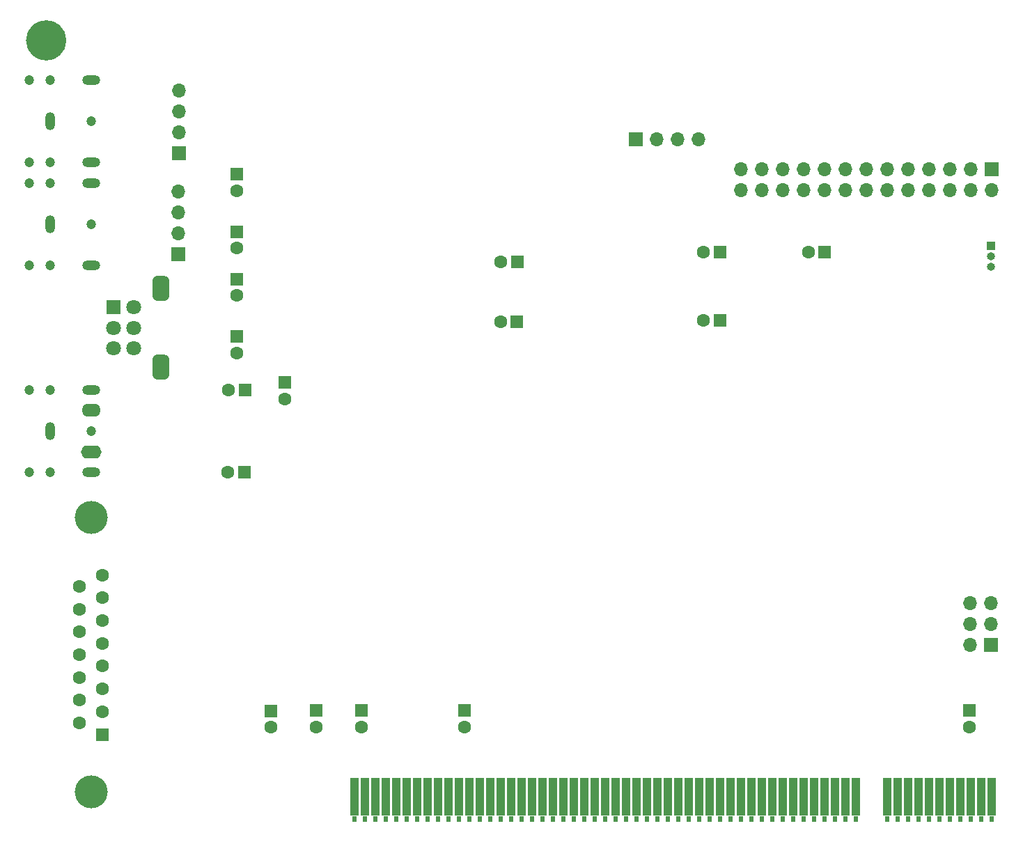
<source format=gbr>
%TF.GenerationSoftware,KiCad,Pcbnew,8.0.5-dirty*%
%TF.CreationDate,2024-12-31T09:15:25-08:00*%
%TF.ProjectId,sisyphus-pci,73697379-7068-4757-932d-7063692e6b69,rev?*%
%TF.SameCoordinates,Original*%
%TF.FileFunction,Soldermask,Bot*%
%TF.FilePolarity,Negative*%
%FSLAX46Y46*%
G04 Gerber Fmt 4.6, Leading zero omitted, Abs format (unit mm)*
G04 Created by KiCad (PCBNEW 8.0.5-dirty) date 2024-12-31 09:15:25*
%MOMM*%
%LPD*%
G01*
G04 APERTURE LIST*
G04 Aperture macros list*
%AMRoundRect*
0 Rectangle with rounded corners*
0 $1 Rounding radius*
0 $2 $3 $4 $5 $6 $7 $8 $9 X,Y pos of 4 corners*
0 Add a 4 corners polygon primitive as box body*
4,1,4,$2,$3,$4,$5,$6,$7,$8,$9,$2,$3,0*
0 Add four circle primitives for the rounded corners*
1,1,$1+$1,$2,$3*
1,1,$1+$1,$4,$5*
1,1,$1+$1,$6,$7*
1,1,$1+$1,$8,$9*
0 Add four rect primitives between the rounded corners*
20,1,$1+$1,$2,$3,$4,$5,0*
20,1,$1+$1,$4,$5,$6,$7,0*
20,1,$1+$1,$6,$7,$8,$9,0*
20,1,$1+$1,$8,$9,$2,$3,0*%
G04 Aperture macros list end*
%ADD10C,2.450000*%
%ADD11C,1.200000*%
%ADD12O,2.200000X1.200000*%
%ADD13O,1.200000X2.200000*%
%ADD14R,1.800000X1.800000*%
%ADD15C,1.800000*%
%ADD16RoundRect,0.500000X0.500000X1.000000X-0.500000X1.000000X-0.500000X-1.000000X0.500000X-1.000000X0*%
%ADD17R,1.600000X1.600000*%
%ADD18C,1.600000*%
%ADD19R,1.700000X1.700000*%
%ADD20O,1.700000X1.700000*%
%ADD21R,1.000000X1.000000*%
%ADD22O,1.000000X1.000000*%
%ADD23R,1.020000X4.570000*%
%ADD24R,0.510000X0.760000*%
%ADD25C,4.000000*%
%ADD26O,2.300000X1.600000*%
%ADD27O,2.500000X1.600000*%
G04 APERTURE END LIST*
D10*
X44825000Y-64500000D02*
G75*
G02*
X42375000Y-64500000I-1225000J0D01*
G01*
X42375000Y-64500000D02*
G75*
G02*
X44825000Y-64500000I1225000J0D01*
G01*
D11*
%TO.C,J9*%
X44050000Y-81850000D03*
X41550000Y-81850000D03*
X49050000Y-86850000D03*
X44050000Y-91850000D03*
X41550000Y-91850000D03*
D12*
X49050000Y-81850000D03*
D13*
X44050000Y-86850000D03*
D12*
X49050000Y-91850000D03*
%TD*%
D14*
%TO.C,RV1*%
X51750000Y-96928238D03*
D15*
X51750000Y-99428238D03*
X51750000Y-101928238D03*
X54250000Y-96928238D03*
X54250000Y-99428238D03*
X54250000Y-101928238D03*
D16*
X57550000Y-94678238D03*
X57550000Y-104178238D03*
%TD*%
D17*
%TO.C,C41*%
X66750000Y-93500000D03*
D18*
X66750000Y-95500000D03*
%TD*%
D17*
%TO.C,C61*%
X70900000Y-146000000D03*
D18*
X70900000Y-148000000D03*
%TD*%
D19*
%TO.C,J3*%
X115250000Y-76500000D03*
D20*
X117790000Y-76500000D03*
X120330000Y-76500000D03*
X122870000Y-76500000D03*
%TD*%
D17*
%TO.C,C56*%
X76400000Y-145944888D03*
D18*
X76400000Y-147944888D03*
%TD*%
D11*
%TO.C,J6*%
X44050000Y-69350000D03*
X41550000Y-69350000D03*
X49050000Y-74350000D03*
X44050000Y-79350000D03*
X41550000Y-79350000D03*
D12*
X49050000Y-69350000D03*
D13*
X44050000Y-74350000D03*
D12*
X49050000Y-79350000D03*
%TD*%
D17*
%TO.C,C65*%
X66750000Y-80750000D03*
D18*
X66750000Y-82750000D03*
%TD*%
D17*
%TO.C,C28*%
X125500000Y-98500000D03*
D18*
X123500000Y-98500000D03*
%TD*%
D21*
%TO.C,JP1*%
X158500000Y-89500000D03*
D22*
X158500000Y-90770000D03*
X158500000Y-92040000D03*
%TD*%
D17*
%TO.C,C47*%
X94475000Y-145950140D03*
D18*
X94475000Y-147950140D03*
%TD*%
D17*
%TO.C,C57*%
X72600000Y-106100000D03*
D18*
X72600000Y-108100000D03*
%TD*%
D19*
%TO.C,J4*%
X158580000Y-80150000D03*
D20*
X158580000Y-82690000D03*
X156040000Y-80150000D03*
X156040000Y-82690000D03*
X153500000Y-80150000D03*
X153500000Y-82690000D03*
X150960000Y-80150000D03*
X150960000Y-82690000D03*
X148420000Y-80150000D03*
X148420000Y-82690000D03*
X145880000Y-80150000D03*
X145880000Y-82690000D03*
X143340000Y-80150000D03*
X143340000Y-82690000D03*
X140800000Y-80150000D03*
X140800000Y-82690000D03*
X138260000Y-80150000D03*
X138260000Y-82690000D03*
X135720000Y-80150000D03*
X135720000Y-82690000D03*
X133180000Y-80150000D03*
X133180000Y-82690000D03*
X130640000Y-80150000D03*
X130640000Y-82690000D03*
X128100000Y-80150000D03*
X128100000Y-82690000D03*
%TD*%
D19*
%TO.C,J5*%
X59750000Y-78250000D03*
D20*
X59750000Y-75710000D03*
X59750000Y-73170000D03*
X59750000Y-70630000D03*
%TD*%
D17*
%TO.C,C45*%
X100837500Y-98681250D03*
D18*
X98837500Y-98681250D03*
%TD*%
D17*
%TO.C,C46*%
X155850000Y-145950140D03*
D18*
X155850000Y-147950140D03*
%TD*%
D17*
%TO.C,C42*%
X66750000Y-100500000D03*
D18*
X66750000Y-102500000D03*
%TD*%
D23*
%TO.C,J1*%
X81120000Y-156475000D03*
D24*
X81120000Y-159135000D03*
D23*
X82390000Y-156475000D03*
D24*
X82390000Y-159135000D03*
D23*
X83650000Y-156475000D03*
D24*
X83650000Y-159135000D03*
D23*
X84930000Y-156475000D03*
D24*
X84930000Y-159135000D03*
D23*
X86200000Y-156475000D03*
D24*
X86200000Y-159135000D03*
D23*
X87470000Y-156475000D03*
D24*
X87470000Y-159135000D03*
D23*
X88740000Y-156475000D03*
D24*
X88740000Y-159135000D03*
D23*
X90010000Y-156475000D03*
D24*
X90010000Y-159135000D03*
D23*
X91280000Y-156475000D03*
D24*
X91280000Y-159135000D03*
D23*
X92550000Y-156475000D03*
D24*
X92550000Y-159135000D03*
D23*
X93820000Y-156475000D03*
D24*
X93820000Y-159135000D03*
D23*
X95080000Y-156475000D03*
D24*
X95080000Y-159135000D03*
D23*
X96360000Y-156475000D03*
D24*
X96360000Y-159135000D03*
D23*
X97630000Y-156475000D03*
D24*
X97630000Y-159135000D03*
D23*
X98900000Y-156475000D03*
D24*
X98900000Y-159135000D03*
D23*
X100170000Y-156475000D03*
D24*
X100170000Y-159135000D03*
D23*
X101440000Y-156475000D03*
D24*
X101440000Y-159135000D03*
D23*
X102710000Y-156475000D03*
D24*
X102710000Y-159135000D03*
D23*
X103970000Y-156475000D03*
D24*
X103970000Y-159135000D03*
D23*
X105250000Y-156475000D03*
D24*
X105250000Y-159135000D03*
D23*
X106510000Y-156475000D03*
D24*
X106510000Y-159135000D03*
D23*
X107790000Y-156475000D03*
D24*
X107790000Y-159135000D03*
D23*
X109060000Y-156475000D03*
D24*
X109060000Y-159135000D03*
D23*
X110330000Y-156475000D03*
D24*
X110330000Y-159135000D03*
D23*
X111600000Y-156475000D03*
D24*
X111600000Y-159135000D03*
D23*
X112870000Y-156475000D03*
D24*
X112870000Y-159135000D03*
D23*
X114140000Y-156475000D03*
D24*
X114140000Y-159135000D03*
D23*
X115410000Y-156475000D03*
D24*
X115410000Y-159135000D03*
D23*
X116680000Y-156475000D03*
D24*
X116680000Y-159135000D03*
D23*
X117950000Y-156475000D03*
D24*
X117950000Y-159135000D03*
D23*
X119220000Y-156475000D03*
D24*
X119220000Y-159135000D03*
D23*
X120490000Y-156475000D03*
D24*
X120490000Y-159135000D03*
D23*
X121760000Y-156475000D03*
D24*
X121760000Y-159135000D03*
D23*
X123030000Y-156475000D03*
D24*
X123030000Y-159135000D03*
D23*
X124300000Y-156475000D03*
D24*
X124300000Y-159135000D03*
D23*
X125570000Y-156475000D03*
D24*
X125570000Y-159135000D03*
D23*
X126840000Y-156475000D03*
D24*
X126840000Y-159135000D03*
D23*
X128110000Y-156475000D03*
D24*
X128110000Y-159135000D03*
D23*
X129380000Y-156475000D03*
D24*
X129380000Y-159135000D03*
D23*
X130650000Y-156475000D03*
D24*
X130650000Y-159135000D03*
D23*
X131920000Y-156475000D03*
D24*
X131920000Y-159135000D03*
D23*
X133190000Y-156475000D03*
D24*
X133190000Y-159135000D03*
D23*
X134460000Y-156475000D03*
D24*
X134460000Y-159135000D03*
D23*
X135730000Y-156475000D03*
D24*
X135730000Y-159135000D03*
D23*
X137000000Y-156475000D03*
D24*
X137000000Y-159135000D03*
D23*
X138270000Y-156475000D03*
D24*
X138270000Y-159135000D03*
D23*
X139540000Y-156475000D03*
D24*
X139540000Y-159135000D03*
D23*
X140810000Y-156475000D03*
D24*
X140810000Y-159135000D03*
D23*
X142080000Y-156475000D03*
D24*
X142080000Y-159135000D03*
D23*
X145890000Y-156475000D03*
D24*
X145890000Y-159135000D03*
D23*
X147160000Y-156475000D03*
D24*
X147160000Y-159135000D03*
D23*
X148430000Y-156475000D03*
D24*
X148430000Y-159135000D03*
D23*
X149700000Y-156475000D03*
D24*
X149700000Y-159135000D03*
D23*
X150970000Y-156475000D03*
D24*
X150970000Y-159135000D03*
D23*
X152240000Y-156475000D03*
D24*
X152240000Y-159135000D03*
D23*
X153510000Y-156475000D03*
D24*
X153510000Y-159135000D03*
D23*
X154780000Y-156475000D03*
D24*
X154780000Y-159135000D03*
D23*
X156050000Y-156475000D03*
D24*
X156050000Y-159135000D03*
D23*
X157320000Y-156475000D03*
D24*
X157320000Y-159135000D03*
D23*
X158580000Y-156475000D03*
D24*
X158580000Y-159135000D03*
%TD*%
D17*
%TO.C,C64*%
X66750000Y-87750000D03*
D18*
X66750000Y-89750000D03*
%TD*%
D17*
%TO.C,C59*%
X67700000Y-117000000D03*
D18*
X65700000Y-117000000D03*
%TD*%
D17*
%TO.C,C39*%
X81927093Y-145950140D03*
D18*
X81927093Y-147950140D03*
%TD*%
D25*
%TO.C,J2*%
X49055000Y-122530000D03*
X49055000Y-155830000D03*
D17*
X50475000Y-148875000D03*
D18*
X50475000Y-146105000D03*
X50475000Y-143335000D03*
X50475000Y-140565000D03*
X50475000Y-137795000D03*
X50475000Y-135025000D03*
X50475000Y-132255000D03*
X50475000Y-129485000D03*
X47635000Y-147490000D03*
X47635000Y-144720000D03*
X47635000Y-141950000D03*
X47635000Y-139180000D03*
X47635000Y-136410000D03*
X47635000Y-133640000D03*
X47635000Y-130870000D03*
%TD*%
D17*
%TO.C,C58*%
X67750000Y-107000000D03*
D18*
X65750000Y-107000000D03*
%TD*%
D17*
%TO.C,C38*%
X138275000Y-90225000D03*
D18*
X136275000Y-90225000D03*
%TD*%
D17*
%TO.C,C44*%
X100887500Y-91431250D03*
D18*
X98887500Y-91431250D03*
%TD*%
D17*
%TO.C,C30*%
X125525000Y-90225000D03*
D18*
X123525000Y-90225000D03*
%TD*%
D19*
%TO.C,J8*%
X158500000Y-138000000D03*
D20*
X155960000Y-138000000D03*
X158500000Y-135460000D03*
X155960000Y-135460000D03*
X158500000Y-132920000D03*
X155960000Y-132920000D03*
%TD*%
D19*
%TO.C,J10*%
X59700000Y-90500000D03*
D20*
X59700000Y-87960000D03*
X59700000Y-85420000D03*
X59700000Y-82880000D03*
%TD*%
D11*
%TO.C,J7*%
X44050000Y-107000000D03*
X41550000Y-107000000D03*
X49050000Y-112000000D03*
X44050000Y-117000000D03*
X41550000Y-117000000D03*
D12*
X49050000Y-107000000D03*
D26*
X49050000Y-109500000D03*
D13*
X44050000Y-112000000D03*
D12*
X49050000Y-117000000D03*
D27*
X49050000Y-114500000D03*
%TD*%
M02*

</source>
